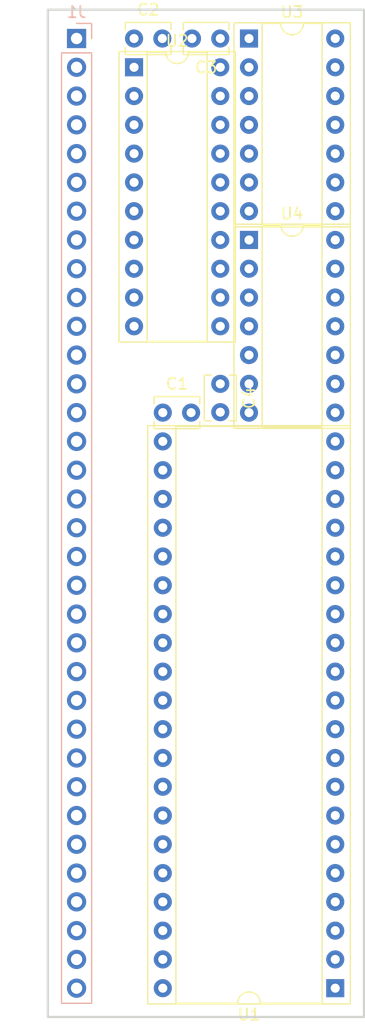
<source format=kicad_pcb>
(kicad_pcb (version 20171130) (host pcbnew "(5.0.0)")

  (general
    (thickness 1.6)
    (drawings 4)
    (tracks 0)
    (zones 0)
    (modules 9)
    (nets 55)
  )

  (page A4)
  (layers
    (0 F.Cu signal)
    (31 B.Cu signal)
    (32 B.Adhes user)
    (33 F.Adhes user)
    (34 B.Paste user)
    (35 F.Paste user)
    (36 B.SilkS user)
    (37 F.SilkS user)
    (38 B.Mask user)
    (39 F.Mask user)
    (40 Dwgs.User user)
    (41 Cmts.User user)
    (42 Eco1.User user)
    (43 Eco2.User user)
    (44 Edge.Cuts user)
    (45 Margin user)
    (46 B.CrtYd user)
    (47 F.CrtYd user)
    (48 B.Fab user)
    (49 F.Fab user)
  )

  (setup
    (last_trace_width 0.25)
    (trace_clearance 0.2)
    (zone_clearance 0.508)
    (zone_45_only no)
    (trace_min 0.2)
    (segment_width 0.2)
    (edge_width 0.15)
    (via_size 0.8)
    (via_drill 0.4)
    (via_min_size 0.4)
    (via_min_drill 0.3)
    (uvia_size 0.3)
    (uvia_drill 0.1)
    (uvias_allowed no)
    (uvia_min_size 0.2)
    (uvia_min_drill 0.1)
    (pcb_text_width 0.3)
    (pcb_text_size 1.5 1.5)
    (mod_edge_width 0.15)
    (mod_text_size 1 1)
    (mod_text_width 0.15)
    (pad_size 1.524 1.524)
    (pad_drill 0.762)
    (pad_to_mask_clearance 0.2)
    (aux_axis_origin 0 0)
    (visible_elements 7FFFFFFF)
    (pcbplotparams
      (layerselection 0x010fc_ffffffff)
      (usegerberextensions false)
      (usegerberattributes false)
      (usegerberadvancedattributes false)
      (creategerberjobfile false)
      (excludeedgelayer true)
      (linewidth 0.100000)
      (plotframeref false)
      (viasonmask false)
      (mode 1)
      (useauxorigin false)
      (hpglpennumber 1)
      (hpglpenspeed 20)
      (hpglpendiameter 15.000000)
      (psnegative false)
      (psa4output false)
      (plotreference true)
      (plotvalue true)
      (plotinvisibletext false)
      (padsonsilk false)
      (subtractmaskfromsilk false)
      (outputformat 1)
      (mirror false)
      (drillshape 1)
      (scaleselection 1)
      (outputdirectory ""))
  )

  (net 0 "")
  (net 1 /GND)
  (net 2 /5V)
  (net 3 /CLK)
  (net 4 /RES)
  (net 5 /WR)
  (net 6 /RD)
  (net 7 /RAM)
  (net 8 /A18)
  (net 9 /A17)
  (net 10 /A16)
  (net 11 /A15)
  (net 12 /A14)
  (net 13 /A13)
  (net 14 /A12)
  (net 15 /A11)
  (net 16 /A10)
  (net 17 /A9)
  (net 18 /A8)
  (net 19 /A7)
  (net 20 /A6)
  (net 21 /A5)
  (net 22 /A4)
  (net 23 /A3)
  (net 24 /A2)
  (net 25 /A1)
  (net 26 /A0)
  (net 27 /D7)
  (net 28 /D6)
  (net 29 /D5)
  (net 30 /D4)
  (net 31 /D3)
  (net 32 /D2)
  (net 33 /D1)
  (net 34 /D0)
  (net 35 "Net-(U1-Pad1)")
  (net 36 "Net-(U1-Pad5)")
  (net 37 "Net-(U1-Pad7)")
  (net 38 "Net-(U1-Pad34)")
  (net 39 "Net-(U1-Pad35)")
  (net 40 "Net-(U1-Pad37)")
  (net 41 "Net-(U1-Pad38)")
  (net 42 "Net-(U1-Pad39)")
  (net 43 "Net-(U2-Pad11)")
  (net 44 "Net-(U2-Pad6)")
  (net 45 "Net-(U2-Pad16)")
  (net 46 "Net-(U2-Pad17)")
  (net 47 "Net-(U2-Pad18)")
  (net 48 "Net-(U2-Pad19)")
  (net 49 "Net-(U3-Pad1)")
  (net 50 "Net-(U3-Pad11)")
  (net 51 "Net-(U4-Pad2)")
  (net 52 "Net-(U4-Pad8)")
  (net 53 "Net-(U3-Pad8)")
  (net 54 "Net-(U1-Pad2)")

  (net_class Default "Dies ist die voreingestellte Netzklasse."
    (clearance 0.2)
    (trace_width 0.25)
    (via_dia 0.8)
    (via_drill 0.4)
    (uvia_dia 0.3)
    (uvia_drill 0.1)
    (add_net /5V)
    (add_net /A0)
    (add_net /A1)
    (add_net /A10)
    (add_net /A11)
    (add_net /A12)
    (add_net /A13)
    (add_net /A14)
    (add_net /A15)
    (add_net /A16)
    (add_net /A17)
    (add_net /A18)
    (add_net /A2)
    (add_net /A3)
    (add_net /A4)
    (add_net /A5)
    (add_net /A6)
    (add_net /A7)
    (add_net /A8)
    (add_net /A9)
    (add_net /CLK)
    (add_net /D0)
    (add_net /D1)
    (add_net /D2)
    (add_net /D3)
    (add_net /D4)
    (add_net /D5)
    (add_net /D6)
    (add_net /D7)
    (add_net /GND)
    (add_net /RAM)
    (add_net /RD)
    (add_net /RES)
    (add_net /WR)
    (add_net "Net-(U1-Pad1)")
    (add_net "Net-(U1-Pad2)")
    (add_net "Net-(U1-Pad34)")
    (add_net "Net-(U1-Pad35)")
    (add_net "Net-(U1-Pad37)")
    (add_net "Net-(U1-Pad38)")
    (add_net "Net-(U1-Pad39)")
    (add_net "Net-(U1-Pad5)")
    (add_net "Net-(U1-Pad7)")
    (add_net "Net-(U2-Pad11)")
    (add_net "Net-(U2-Pad16)")
    (add_net "Net-(U2-Pad17)")
    (add_net "Net-(U2-Pad18)")
    (add_net "Net-(U2-Pad19)")
    (add_net "Net-(U2-Pad6)")
    (add_net "Net-(U3-Pad1)")
    (add_net "Net-(U3-Pad11)")
    (add_net "Net-(U3-Pad8)")
    (add_net "Net-(U4-Pad2)")
    (add_net "Net-(U4-Pad8)")
  )

  (module Capacitor_THT:C_Disc_D3.8mm_W2.6mm_P2.50mm (layer F.Cu) (tedit 5AE50EF0) (tstamp 5EF3FBBD)
    (at 111.76 93.98)
    (descr "C, Disc series, Radial, pin pitch=2.50mm, , diameter*width=3.8*2.6mm^2, Capacitor, http://www.vishay.com/docs/45233/krseries.pdf")
    (tags "C Disc series Radial pin pitch 2.50mm  diameter 3.8mm width 2.6mm Capacitor")
    (path /5EE74143)
    (fp_text reference C1 (at 1.25 -2.55) (layer F.SilkS)
      (effects (font (size 1 1) (thickness 0.15)))
    )
    (fp_text value 100nF (at 1.25 2.55) (layer F.Fab)
      (effects (font (size 1 1) (thickness 0.15)))
    )
    (fp_line (start -0.65 -1.3) (end -0.65 1.3) (layer F.Fab) (width 0.1))
    (fp_line (start -0.65 1.3) (end 3.15 1.3) (layer F.Fab) (width 0.1))
    (fp_line (start 3.15 1.3) (end 3.15 -1.3) (layer F.Fab) (width 0.1))
    (fp_line (start 3.15 -1.3) (end -0.65 -1.3) (layer F.Fab) (width 0.1))
    (fp_line (start -0.77 -1.42) (end 3.27 -1.42) (layer F.SilkS) (width 0.12))
    (fp_line (start -0.77 1.42) (end 3.27 1.42) (layer F.SilkS) (width 0.12))
    (fp_line (start -0.77 -1.42) (end -0.77 -0.795) (layer F.SilkS) (width 0.12))
    (fp_line (start -0.77 0.795) (end -0.77 1.42) (layer F.SilkS) (width 0.12))
    (fp_line (start 3.27 -1.42) (end 3.27 -0.795) (layer F.SilkS) (width 0.12))
    (fp_line (start 3.27 0.795) (end 3.27 1.42) (layer F.SilkS) (width 0.12))
    (fp_line (start -1.05 -1.55) (end -1.05 1.55) (layer F.CrtYd) (width 0.05))
    (fp_line (start -1.05 1.55) (end 3.55 1.55) (layer F.CrtYd) (width 0.05))
    (fp_line (start 3.55 1.55) (end 3.55 -1.55) (layer F.CrtYd) (width 0.05))
    (fp_line (start 3.55 -1.55) (end -1.05 -1.55) (layer F.CrtYd) (width 0.05))
    (fp_text user %R (at 1.25 0) (layer F.Fab)
      (effects (font (size 0.76 0.76) (thickness 0.114)))
    )
    (pad 1 thru_hole circle (at 0 0) (size 1.6 1.6) (drill 0.8) (layers *.Cu *.Mask)
      (net 1 /GND))
    (pad 2 thru_hole circle (at 2.5 0) (size 1.6 1.6) (drill 0.8) (layers *.Cu *.Mask)
      (net 2 /5V))
    (model ${KISYS3DMOD}/Capacitor_THT.3dshapes/C_Disc_D3.8mm_W2.6mm_P2.50mm.wrl
      (at (xyz 0 0 0))
      (scale (xyz 1 1 1))
      (rotate (xyz 0 0 0))
    )
  )

  (module Capacitor_THT:C_Disc_D3.8mm_W2.6mm_P2.50mm (layer F.Cu) (tedit 5AE50EF0) (tstamp 5EF3FBD2)
    (at 109.22 60.96)
    (descr "C, Disc series, Radial, pin pitch=2.50mm, , diameter*width=3.8*2.6mm^2, Capacitor, http://www.vishay.com/docs/45233/krseries.pdf")
    (tags "C Disc series Radial pin pitch 2.50mm  diameter 3.8mm width 2.6mm Capacitor")
    (path /5EE76FB2)
    (fp_text reference C2 (at 1.25 -2.55) (layer F.SilkS)
      (effects (font (size 1 1) (thickness 0.15)))
    )
    (fp_text value 100nF (at 1.25 2.55) (layer F.Fab)
      (effects (font (size 1 1) (thickness 0.15)))
    )
    (fp_text user %R (at 1.25 0) (layer F.Fab)
      (effects (font (size 0.76 0.76) (thickness 0.114)))
    )
    (fp_line (start 3.55 -1.55) (end -1.05 -1.55) (layer F.CrtYd) (width 0.05))
    (fp_line (start 3.55 1.55) (end 3.55 -1.55) (layer F.CrtYd) (width 0.05))
    (fp_line (start -1.05 1.55) (end 3.55 1.55) (layer F.CrtYd) (width 0.05))
    (fp_line (start -1.05 -1.55) (end -1.05 1.55) (layer F.CrtYd) (width 0.05))
    (fp_line (start 3.27 0.795) (end 3.27 1.42) (layer F.SilkS) (width 0.12))
    (fp_line (start 3.27 -1.42) (end 3.27 -0.795) (layer F.SilkS) (width 0.12))
    (fp_line (start -0.77 0.795) (end -0.77 1.42) (layer F.SilkS) (width 0.12))
    (fp_line (start -0.77 -1.42) (end -0.77 -0.795) (layer F.SilkS) (width 0.12))
    (fp_line (start -0.77 1.42) (end 3.27 1.42) (layer F.SilkS) (width 0.12))
    (fp_line (start -0.77 -1.42) (end 3.27 -1.42) (layer F.SilkS) (width 0.12))
    (fp_line (start 3.15 -1.3) (end -0.65 -1.3) (layer F.Fab) (width 0.1))
    (fp_line (start 3.15 1.3) (end 3.15 -1.3) (layer F.Fab) (width 0.1))
    (fp_line (start -0.65 1.3) (end 3.15 1.3) (layer F.Fab) (width 0.1))
    (fp_line (start -0.65 -1.3) (end -0.65 1.3) (layer F.Fab) (width 0.1))
    (pad 2 thru_hole circle (at 2.5 0) (size 1.6 1.6) (drill 0.8) (layers *.Cu *.Mask)
      (net 2 /5V))
    (pad 1 thru_hole circle (at 0 0) (size 1.6 1.6) (drill 0.8) (layers *.Cu *.Mask)
      (net 1 /GND))
    (model ${KISYS3DMOD}/Capacitor_THT.3dshapes/C_Disc_D3.8mm_W2.6mm_P2.50mm.wrl
      (at (xyz 0 0 0))
      (scale (xyz 1 1 1))
      (rotate (xyz 0 0 0))
    )
  )

  (module Capacitor_THT:C_Disc_D3.8mm_W2.6mm_P2.50mm (layer F.Cu) (tedit 5AE50EF0) (tstamp 5EF3FBE7)
    (at 116.84 60.96 180)
    (descr "C, Disc series, Radial, pin pitch=2.50mm, , diameter*width=3.8*2.6mm^2, Capacitor, http://www.vishay.com/docs/45233/krseries.pdf")
    (tags "C Disc series Radial pin pitch 2.50mm  diameter 3.8mm width 2.6mm Capacitor")
    (path /5EE7AD58)
    (fp_text reference C3 (at 1.25 -2.55 180) (layer F.SilkS)
      (effects (font (size 1 1) (thickness 0.15)))
    )
    (fp_text value 100nF (at 1.25 2.55 180) (layer F.Fab)
      (effects (font (size 1 1) (thickness 0.15)))
    )
    (fp_line (start -0.65 -1.3) (end -0.65 1.3) (layer F.Fab) (width 0.1))
    (fp_line (start -0.65 1.3) (end 3.15 1.3) (layer F.Fab) (width 0.1))
    (fp_line (start 3.15 1.3) (end 3.15 -1.3) (layer F.Fab) (width 0.1))
    (fp_line (start 3.15 -1.3) (end -0.65 -1.3) (layer F.Fab) (width 0.1))
    (fp_line (start -0.77 -1.42) (end 3.27 -1.42) (layer F.SilkS) (width 0.12))
    (fp_line (start -0.77 1.42) (end 3.27 1.42) (layer F.SilkS) (width 0.12))
    (fp_line (start -0.77 -1.42) (end -0.77 -0.795) (layer F.SilkS) (width 0.12))
    (fp_line (start -0.77 0.795) (end -0.77 1.42) (layer F.SilkS) (width 0.12))
    (fp_line (start 3.27 -1.42) (end 3.27 -0.795) (layer F.SilkS) (width 0.12))
    (fp_line (start 3.27 0.795) (end 3.27 1.42) (layer F.SilkS) (width 0.12))
    (fp_line (start -1.05 -1.55) (end -1.05 1.55) (layer F.CrtYd) (width 0.05))
    (fp_line (start -1.05 1.55) (end 3.55 1.55) (layer F.CrtYd) (width 0.05))
    (fp_line (start 3.55 1.55) (end 3.55 -1.55) (layer F.CrtYd) (width 0.05))
    (fp_line (start 3.55 -1.55) (end -1.05 -1.55) (layer F.CrtYd) (width 0.05))
    (fp_text user %R (at 1.25 0 180) (layer F.Fab)
      (effects (font (size 0.76 0.76) (thickness 0.114)))
    )
    (pad 1 thru_hole circle (at 0 0 180) (size 1.6 1.6) (drill 0.8) (layers *.Cu *.Mask)
      (net 2 /5V))
    (pad 2 thru_hole circle (at 2.5 0 180) (size 1.6 1.6) (drill 0.8) (layers *.Cu *.Mask)
      (net 1 /GND))
    (model ${KISYS3DMOD}/Capacitor_THT.3dshapes/C_Disc_D3.8mm_W2.6mm_P2.50mm.wrl
      (at (xyz 0 0 0))
      (scale (xyz 1 1 1))
      (rotate (xyz 0 0 0))
    )
  )

  (module Capacitor_THT:C_Disc_D3.8mm_W2.6mm_P2.50mm (layer F.Cu) (tedit 5AE50EF0) (tstamp 5EF3FBFC)
    (at 116.84 91.44 270)
    (descr "C, Disc series, Radial, pin pitch=2.50mm, , diameter*width=3.8*2.6mm^2, Capacitor, http://www.vishay.com/docs/45233/krseries.pdf")
    (tags "C Disc series Radial pin pitch 2.50mm  diameter 3.8mm width 2.6mm Capacitor")
    (path /5EE7FDFB)
    (fp_text reference C4 (at 1.25 -2.55 270) (layer F.SilkS)
      (effects (font (size 1 1) (thickness 0.15)))
    )
    (fp_text value 100nF (at 1.25 2.55 270) (layer F.Fab)
      (effects (font (size 1 1) (thickness 0.15)))
    )
    (fp_text user %R (at 1.25 0 270) (layer F.Fab)
      (effects (font (size 0.76 0.76) (thickness 0.114)))
    )
    (fp_line (start 3.55 -1.55) (end -1.05 -1.55) (layer F.CrtYd) (width 0.05))
    (fp_line (start 3.55 1.55) (end 3.55 -1.55) (layer F.CrtYd) (width 0.05))
    (fp_line (start -1.05 1.55) (end 3.55 1.55) (layer F.CrtYd) (width 0.05))
    (fp_line (start -1.05 -1.55) (end -1.05 1.55) (layer F.CrtYd) (width 0.05))
    (fp_line (start 3.27 0.795) (end 3.27 1.42) (layer F.SilkS) (width 0.12))
    (fp_line (start 3.27 -1.42) (end 3.27 -0.795) (layer F.SilkS) (width 0.12))
    (fp_line (start -0.77 0.795) (end -0.77 1.42) (layer F.SilkS) (width 0.12))
    (fp_line (start -0.77 -1.42) (end -0.77 -0.795) (layer F.SilkS) (width 0.12))
    (fp_line (start -0.77 1.42) (end 3.27 1.42) (layer F.SilkS) (width 0.12))
    (fp_line (start -0.77 -1.42) (end 3.27 -1.42) (layer F.SilkS) (width 0.12))
    (fp_line (start 3.15 -1.3) (end -0.65 -1.3) (layer F.Fab) (width 0.1))
    (fp_line (start 3.15 1.3) (end 3.15 -1.3) (layer F.Fab) (width 0.1))
    (fp_line (start -0.65 1.3) (end 3.15 1.3) (layer F.Fab) (width 0.1))
    (fp_line (start -0.65 -1.3) (end -0.65 1.3) (layer F.Fab) (width 0.1))
    (pad 2 thru_hole circle (at 2.5 0 270) (size 1.6 1.6) (drill 0.8) (layers *.Cu *.Mask)
      (net 1 /GND))
    (pad 1 thru_hole circle (at 0 0 270) (size 1.6 1.6) (drill 0.8) (layers *.Cu *.Mask)
      (net 2 /5V))
    (model ${KISYS3DMOD}/Capacitor_THT.3dshapes/C_Disc_D3.8mm_W2.6mm_P2.50mm.wrl
      (at (xyz 0 0 0))
      (scale (xyz 1 1 1))
      (rotate (xyz 0 0 0))
    )
  )

  (module Connector_PinHeader_2.54mm:PinHeader_1x34_P2.54mm_Vertical (layer B.Cu) (tedit 59FED5CC) (tstamp 5EF3FC32)
    (at 104.14 60.96 180)
    (descr "Through hole straight pin header, 1x34, 2.54mm pitch, single row")
    (tags "Through hole pin header THT 1x34 2.54mm single row")
    (path /5EE68390)
    (fp_text reference J1 (at 0 2.33 180) (layer B.SilkS)
      (effects (font (size 1 1) (thickness 0.15)) (justify mirror))
    )
    (fp_text value Conn_01x34_Male (at 0 -86.15 180) (layer B.Fab)
      (effects (font (size 1 1) (thickness 0.15)) (justify mirror))
    )
    (fp_line (start -0.635 1.27) (end 1.27 1.27) (layer B.Fab) (width 0.1))
    (fp_line (start 1.27 1.27) (end 1.27 -85.09) (layer B.Fab) (width 0.1))
    (fp_line (start 1.27 -85.09) (end -1.27 -85.09) (layer B.Fab) (width 0.1))
    (fp_line (start -1.27 -85.09) (end -1.27 0.635) (layer B.Fab) (width 0.1))
    (fp_line (start -1.27 0.635) (end -0.635 1.27) (layer B.Fab) (width 0.1))
    (fp_line (start -1.33 -85.15) (end 1.33 -85.15) (layer B.SilkS) (width 0.12))
    (fp_line (start -1.33 -1.27) (end -1.33 -85.15) (layer B.SilkS) (width 0.12))
    (fp_line (start 1.33 -1.27) (end 1.33 -85.15) (layer B.SilkS) (width 0.12))
    (fp_line (start -1.33 -1.27) (end 1.33 -1.27) (layer B.SilkS) (width 0.12))
    (fp_line (start -1.33 0) (end -1.33 1.33) (layer B.SilkS) (width 0.12))
    (fp_line (start -1.33 1.33) (end 0 1.33) (layer B.SilkS) (width 0.12))
    (fp_line (start -1.8 1.8) (end -1.8 -85.6) (layer B.CrtYd) (width 0.05))
    (fp_line (start -1.8 -85.6) (end 1.8 -85.6) (layer B.CrtYd) (width 0.05))
    (fp_line (start 1.8 -85.6) (end 1.8 1.8) (layer B.CrtYd) (width 0.05))
    (fp_line (start 1.8 1.8) (end -1.8 1.8) (layer B.CrtYd) (width 0.05))
    (fp_text user %R (at 0 -41.91 90) (layer B.Fab)
      (effects (font (size 1 1) (thickness 0.15)) (justify mirror))
    )
    (pad 1 thru_hole rect (at 0 0 180) (size 1.7 1.7) (drill 1) (layers *.Cu *.Mask)
      (net 1 /GND))
    (pad 2 thru_hole oval (at 0 -2.54 180) (size 1.7 1.7) (drill 1) (layers *.Cu *.Mask)
      (net 2 /5V))
    (pad 3 thru_hole oval (at 0 -5.08 180) (size 1.7 1.7) (drill 1) (layers *.Cu *.Mask)
      (net 3 /CLK))
    (pad 4 thru_hole oval (at 0 -7.62 180) (size 1.7 1.7) (drill 1) (layers *.Cu *.Mask)
      (net 4 /RES))
    (pad 5 thru_hole oval (at 0 -10.16 180) (size 1.7 1.7) (drill 1) (layers *.Cu *.Mask)
      (net 5 /WR))
    (pad 6 thru_hole oval (at 0 -12.7 180) (size 1.7 1.7) (drill 1) (layers *.Cu *.Mask)
      (net 6 /RD))
    (pad 7 thru_hole oval (at 0 -15.24 180) (size 1.7 1.7) (drill 1) (layers *.Cu *.Mask)
      (net 7 /RAM))
    (pad 8 thru_hole oval (at 0 -17.78 180) (size 1.7 1.7) (drill 1) (layers *.Cu *.Mask)
      (net 8 /A18))
    (pad 9 thru_hole oval (at 0 -20.32 180) (size 1.7 1.7) (drill 1) (layers *.Cu *.Mask)
      (net 9 /A17))
    (pad 10 thru_hole oval (at 0 -22.86 180) (size 1.7 1.7) (drill 1) (layers *.Cu *.Mask)
      (net 10 /A16))
    (pad 11 thru_hole oval (at 0 -25.4 180) (size 1.7 1.7) (drill 1) (layers *.Cu *.Mask)
      (net 11 /A15))
    (pad 12 thru_hole oval (at 0 -27.94 180) (size 1.7 1.7) (drill 1) (layers *.Cu *.Mask)
      (net 12 /A14))
    (pad 13 thru_hole oval (at 0 -30.48 180) (size 1.7 1.7) (drill 1) (layers *.Cu *.Mask)
      (net 13 /A13))
    (pad 14 thru_hole oval (at 0 -33.02 180) (size 1.7 1.7) (drill 1) (layers *.Cu *.Mask)
      (net 14 /A12))
    (pad 15 thru_hole oval (at 0 -35.56 180) (size 1.7 1.7) (drill 1) (layers *.Cu *.Mask)
      (net 15 /A11))
    (pad 16 thru_hole oval (at 0 -38.1 180) (size 1.7 1.7) (drill 1) (layers *.Cu *.Mask)
      (net 16 /A10))
    (pad 17 thru_hole oval (at 0 -40.64 180) (size 1.7 1.7) (drill 1) (layers *.Cu *.Mask)
      (net 17 /A9))
    (pad 18 thru_hole oval (at 0 -43.18 180) (size 1.7 1.7) (drill 1) (layers *.Cu *.Mask)
      (net 18 /A8))
    (pad 19 thru_hole oval (at 0 -45.72 180) (size 1.7 1.7) (drill 1) (layers *.Cu *.Mask)
      (net 19 /A7))
    (pad 20 thru_hole oval (at 0 -48.26 180) (size 1.7 1.7) (drill 1) (layers *.Cu *.Mask)
      (net 20 /A6))
    (pad 21 thru_hole oval (at 0 -50.8 180) (size 1.7 1.7) (drill 1) (layers *.Cu *.Mask)
      (net 21 /A5))
    (pad 22 thru_hole oval (at 0 -53.34 180) (size 1.7 1.7) (drill 1) (layers *.Cu *.Mask)
      (net 22 /A4))
    (pad 23 thru_hole oval (at 0 -55.88 180) (size 1.7 1.7) (drill 1) (layers *.Cu *.Mask)
      (net 23 /A3))
    (pad 24 thru_hole oval (at 0 -58.42 180) (size 1.7 1.7) (drill 1) (layers *.Cu *.Mask)
      (net 24 /A2))
    (pad 25 thru_hole oval (at 0 -60.96 180) (size 1.7 1.7) (drill 1) (layers *.Cu *.Mask)
      (net 25 /A1))
    (pad 26 thru_hole oval (at 0 -63.5 180) (size 1.7 1.7) (drill 1) (layers *.Cu *.Mask)
      (net 26 /A0))
    (pad 27 thru_hole oval (at 0 -66.04 180) (size 1.7 1.7) (drill 1) (layers *.Cu *.Mask)
      (net 27 /D7))
    (pad 28 thru_hole oval (at 0 -68.58 180) (size 1.7 1.7) (drill 1) (layers *.Cu *.Mask)
      (net 28 /D6))
    (pad 29 thru_hole oval (at 0 -71.12 180) (size 1.7 1.7) (drill 1) (layers *.Cu *.Mask)
      (net 29 /D5))
    (pad 30 thru_hole oval (at 0 -73.66 180) (size 1.7 1.7) (drill 1) (layers *.Cu *.Mask)
      (net 30 /D4))
    (pad 31 thru_hole oval (at 0 -76.2 180) (size 1.7 1.7) (drill 1) (layers *.Cu *.Mask)
      (net 31 /D3))
    (pad 32 thru_hole oval (at 0 -78.74 180) (size 1.7 1.7) (drill 1) (layers *.Cu *.Mask)
      (net 32 /D2))
    (pad 33 thru_hole oval (at 0 -81.28 180) (size 1.7 1.7) (drill 1) (layers *.Cu *.Mask)
      (net 33 /D1))
    (pad 34 thru_hole oval (at 0 -83.82 180) (size 1.7 1.7) (drill 1) (layers *.Cu *.Mask)
      (net 34 /D0))
    (model ${KISYS3DMOD}/Connector_PinHeader_2.54mm.3dshapes/PinHeader_1x34_P2.54mm_Vertical.wrl
      (at (xyz 0 0 0))
      (scale (xyz 1 1 1))
      (rotate (xyz 0 0 0))
    )
  )

  (module Package_DIP:DIP-40_W15.24mm_Socket (layer F.Cu) (tedit 5A02E8C5) (tstamp 5EF3FC8D)
    (at 127 144.78 180)
    (descr "40-lead though-hole mounted DIP package, row spacing 15.24 mm (600 mils), Socket")
    (tags "THT DIP DIL PDIP 2.54mm 15.24mm 600mil Socket")
    (path /5EE4128A)
    (fp_text reference U1 (at 7.62 -2.33 180) (layer F.SilkS)
      (effects (font (size 1 1) (thickness 0.15)))
    )
    (fp_text value w65c816 (at 7.62 50.59 180) (layer F.Fab)
      (effects (font (size 1 1) (thickness 0.15)))
    )
    (fp_arc (start 7.62 -1.33) (end 6.62 -1.33) (angle -180) (layer F.SilkS) (width 0.12))
    (fp_line (start 1.255 -1.27) (end 14.985 -1.27) (layer F.Fab) (width 0.1))
    (fp_line (start 14.985 -1.27) (end 14.985 49.53) (layer F.Fab) (width 0.1))
    (fp_line (start 14.985 49.53) (end 0.255 49.53) (layer F.Fab) (width 0.1))
    (fp_line (start 0.255 49.53) (end 0.255 -0.27) (layer F.Fab) (width 0.1))
    (fp_line (start 0.255 -0.27) (end 1.255 -1.27) (layer F.Fab) (width 0.1))
    (fp_line (start -1.27 -1.33) (end -1.27 49.59) (layer F.Fab) (width 0.1))
    (fp_line (start -1.27 49.59) (end 16.51 49.59) (layer F.Fab) (width 0.1))
    (fp_line (start 16.51 49.59) (end 16.51 -1.33) (layer F.Fab) (width 0.1))
    (fp_line (start 16.51 -1.33) (end -1.27 -1.33) (layer F.Fab) (width 0.1))
    (fp_line (start 6.62 -1.33) (end 1.16 -1.33) (layer F.SilkS) (width 0.12))
    (fp_line (start 1.16 -1.33) (end 1.16 49.59) (layer F.SilkS) (width 0.12))
    (fp_line (start 1.16 49.59) (end 14.08 49.59) (layer F.SilkS) (width 0.12))
    (fp_line (start 14.08 49.59) (end 14.08 -1.33) (layer F.SilkS) (width 0.12))
    (fp_line (start 14.08 -1.33) (end 8.62 -1.33) (layer F.SilkS) (width 0.12))
    (fp_line (start -1.33 -1.39) (end -1.33 49.65) (layer F.SilkS) (width 0.12))
    (fp_line (start -1.33 49.65) (end 16.57 49.65) (layer F.SilkS) (width 0.12))
    (fp_line (start 16.57 49.65) (end 16.57 -1.39) (layer F.SilkS) (width 0.12))
    (fp_line (start 16.57 -1.39) (end -1.33 -1.39) (layer F.SilkS) (width 0.12))
    (fp_line (start -1.55 -1.6) (end -1.55 49.85) (layer F.CrtYd) (width 0.05))
    (fp_line (start -1.55 49.85) (end 16.8 49.85) (layer F.CrtYd) (width 0.05))
    (fp_line (start 16.8 49.85) (end 16.8 -1.6) (layer F.CrtYd) (width 0.05))
    (fp_line (start 16.8 -1.6) (end -1.55 -1.6) (layer F.CrtYd) (width 0.05))
    (fp_text user %R (at 7.62 24.13 180) (layer F.Fab)
      (effects (font (size 1 1) (thickness 0.15)))
    )
    (pad 1 thru_hole rect (at 0 0 180) (size 1.6 1.6) (drill 0.8) (layers *.Cu *.Mask)
      (net 35 "Net-(U1-Pad1)"))
    (pad 21 thru_hole oval (at 15.24 48.26 180) (size 1.6 1.6) (drill 0.8) (layers *.Cu *.Mask)
      (net 1 /GND))
    (pad 2 thru_hole oval (at 0 2.54 180) (size 1.6 1.6) (drill 0.8) (layers *.Cu *.Mask)
      (net 54 "Net-(U1-Pad2)"))
    (pad 22 thru_hole oval (at 15.24 45.72 180) (size 1.6 1.6) (drill 0.8) (layers *.Cu *.Mask)
      (net 14 /A12))
    (pad 3 thru_hole oval (at 0 5.08 180) (size 1.6 1.6) (drill 0.8) (layers *.Cu *.Mask)
      (net 2 /5V))
    (pad 23 thru_hole oval (at 15.24 43.18 180) (size 1.6 1.6) (drill 0.8) (layers *.Cu *.Mask)
      (net 13 /A13))
    (pad 4 thru_hole oval (at 0 7.62 180) (size 1.6 1.6) (drill 0.8) (layers *.Cu *.Mask)
      (net 2 /5V))
    (pad 24 thru_hole oval (at 15.24 40.64 180) (size 1.6 1.6) (drill 0.8) (layers *.Cu *.Mask)
      (net 12 /A14))
    (pad 5 thru_hole oval (at 0 10.16 180) (size 1.6 1.6) (drill 0.8) (layers *.Cu *.Mask)
      (net 36 "Net-(U1-Pad5)"))
    (pad 25 thru_hole oval (at 15.24 38.1 180) (size 1.6 1.6) (drill 0.8) (layers *.Cu *.Mask)
      (net 11 /A15))
    (pad 6 thru_hole oval (at 0 12.7 180) (size 1.6 1.6) (drill 0.8) (layers *.Cu *.Mask)
      (net 2 /5V))
    (pad 26 thru_hole oval (at 15.24 35.56 180) (size 1.6 1.6) (drill 0.8) (layers *.Cu *.Mask)
      (net 27 /D7))
    (pad 7 thru_hole oval (at 0 15.24 180) (size 1.6 1.6) (drill 0.8) (layers *.Cu *.Mask)
      (net 37 "Net-(U1-Pad7)"))
    (pad 27 thru_hole oval (at 15.24 33.02 180) (size 1.6 1.6) (drill 0.8) (layers *.Cu *.Mask)
      (net 28 /D6))
    (pad 8 thru_hole oval (at 0 17.78 180) (size 1.6 1.6) (drill 0.8) (layers *.Cu *.Mask)
      (net 2 /5V))
    (pad 28 thru_hole oval (at 15.24 30.48 180) (size 1.6 1.6) (drill 0.8) (layers *.Cu *.Mask)
      (net 29 /D5))
    (pad 9 thru_hole oval (at 0 20.32 180) (size 1.6 1.6) (drill 0.8) (layers *.Cu *.Mask)
      (net 26 /A0))
    (pad 29 thru_hole oval (at 15.24 27.94 180) (size 1.6 1.6) (drill 0.8) (layers *.Cu *.Mask)
      (net 30 /D4))
    (pad 10 thru_hole oval (at 0 22.86 180) (size 1.6 1.6) (drill 0.8) (layers *.Cu *.Mask)
      (net 25 /A1))
    (pad 30 thru_hole oval (at 15.24 25.4 180) (size 1.6 1.6) (drill 0.8) (layers *.Cu *.Mask)
      (net 31 /D3))
    (pad 11 thru_hole oval (at 0 25.4 180) (size 1.6 1.6) (drill 0.8) (layers *.Cu *.Mask)
      (net 24 /A2))
    (pad 31 thru_hole oval (at 15.24 22.86 180) (size 1.6 1.6) (drill 0.8) (layers *.Cu *.Mask)
      (net 32 /D2))
    (pad 12 thru_hole oval (at 0 27.94 180) (size 1.6 1.6) (drill 0.8) (layers *.Cu *.Mask)
      (net 23 /A3))
    (pad 32 thru_hole oval (at 15.24 20.32 180) (size 1.6 1.6) (drill 0.8) (layers *.Cu *.Mask)
      (net 33 /D1))
    (pad 13 thru_hole oval (at 0 30.48 180) (size 1.6 1.6) (drill 0.8) (layers *.Cu *.Mask)
      (net 22 /A4))
    (pad 33 thru_hole oval (at 15.24 17.78 180) (size 1.6 1.6) (drill 0.8) (layers *.Cu *.Mask)
      (net 34 /D0))
    (pad 14 thru_hole oval (at 0 33.02 180) (size 1.6 1.6) (drill 0.8) (layers *.Cu *.Mask)
      (net 21 /A5))
    (pad 34 thru_hole oval (at 15.24 15.24 180) (size 1.6 1.6) (drill 0.8) (layers *.Cu *.Mask)
      (net 38 "Net-(U1-Pad34)"))
    (pad 15 thru_hole oval (at 0 35.56 180) (size 1.6 1.6) (drill 0.8) (layers *.Cu *.Mask)
      (net 20 /A6))
    (pad 35 thru_hole oval (at 15.24 12.7 180) (size 1.6 1.6) (drill 0.8) (layers *.Cu *.Mask)
      (net 39 "Net-(U1-Pad35)"))
    (pad 16 thru_hole oval (at 0 38.1 180) (size 1.6 1.6) (drill 0.8) (layers *.Cu *.Mask)
      (net 19 /A7))
    (pad 36 thru_hole oval (at 15.24 10.16 180) (size 1.6 1.6) (drill 0.8) (layers *.Cu *.Mask)
      (net 2 /5V))
    (pad 17 thru_hole oval (at 0 40.64 180) (size 1.6 1.6) (drill 0.8) (layers *.Cu *.Mask)
      (net 18 /A8))
    (pad 37 thru_hole oval (at 15.24 7.62 180) (size 1.6 1.6) (drill 0.8) (layers *.Cu *.Mask)
      (net 40 "Net-(U1-Pad37)"))
    (pad 18 thru_hole oval (at 0 43.18 180) (size 1.6 1.6) (drill 0.8) (layers *.Cu *.Mask)
      (net 17 /A9))
    (pad 38 thru_hole oval (at 15.24 5.08 180) (size 1.6 1.6) (drill 0.8) (layers *.Cu *.Mask)
      (net 41 "Net-(U1-Pad38)"))
    (pad 19 thru_hole oval (at 0 45.72 180) (size 1.6 1.6) (drill 0.8) (layers *.Cu *.Mask)
      (net 16 /A10))
    (pad 39 thru_hole oval (at 15.24 2.54 180) (size 1.6 1.6) (drill 0.8) (layers *.Cu *.Mask)
      (net 42 "Net-(U1-Pad39)"))
    (pad 20 thru_hole oval (at 0 48.26 180) (size 1.6 1.6) (drill 0.8) (layers *.Cu *.Mask)
      (net 15 /A11))
    (pad 40 thru_hole oval (at 15.24 0 180) (size 1.6 1.6) (drill 0.8) (layers *.Cu *.Mask)
      (net 4 /RES))
    (model ${KISYS3DMOD}/Package_DIP.3dshapes/DIP-40_W15.24mm_Socket.wrl
      (at (xyz 0 0 0))
      (scale (xyz 1 1 1))
      (rotate (xyz 0 0 0))
    )
  )

  (module Package_DIP:DIP-20_W7.62mm_Socket (layer F.Cu) (tedit 5A02E8C5) (tstamp 5EF3FCBD)
    (at 109.22 63.5)
    (descr "20-lead though-hole mounted DIP package, row spacing 7.62 mm (300 mils), Socket")
    (tags "THT DIP DIL PDIP 2.54mm 7.62mm 300mil Socket")
    (path /5EE4457C)
    (fp_text reference U2 (at 3.81 -2.33) (layer F.SilkS)
      (effects (font (size 1 1) (thickness 0.15)))
    )
    (fp_text value 74HC573 (at 3.81 25.19) (layer F.Fab)
      (effects (font (size 1 1) (thickness 0.15)))
    )
    (fp_arc (start 3.81 -1.33) (end 2.81 -1.33) (angle -180) (layer F.SilkS) (width 0.12))
    (fp_line (start 1.635 -1.27) (end 6.985 -1.27) (layer F.Fab) (width 0.1))
    (fp_line (start 6.985 -1.27) (end 6.985 24.13) (layer F.Fab) (width 0.1))
    (fp_line (start 6.985 24.13) (end 0.635 24.13) (layer F.Fab) (width 0.1))
    (fp_line (start 0.635 24.13) (end 0.635 -0.27) (layer F.Fab) (width 0.1))
    (fp_line (start 0.635 -0.27) (end 1.635 -1.27) (layer F.Fab) (width 0.1))
    (fp_line (start -1.27 -1.33) (end -1.27 24.19) (layer F.Fab) (width 0.1))
    (fp_line (start -1.27 24.19) (end 8.89 24.19) (layer F.Fab) (width 0.1))
    (fp_line (start 8.89 24.19) (end 8.89 -1.33) (layer F.Fab) (width 0.1))
    (fp_line (start 8.89 -1.33) (end -1.27 -1.33) (layer F.Fab) (width 0.1))
    (fp_line (start 2.81 -1.33) (end 1.16 -1.33) (layer F.SilkS) (width 0.12))
    (fp_line (start 1.16 -1.33) (end 1.16 24.19) (layer F.SilkS) (width 0.12))
    (fp_line (start 1.16 24.19) (end 6.46 24.19) (layer F.SilkS) (width 0.12))
    (fp_line (start 6.46 24.19) (end 6.46 -1.33) (layer F.SilkS) (width 0.12))
    (fp_line (start 6.46 -1.33) (end 4.81 -1.33) (layer F.SilkS) (width 0.12))
    (fp_line (start -1.33 -1.39) (end -1.33 24.25) (layer F.SilkS) (width 0.12))
    (fp_line (start -1.33 24.25) (end 8.95 24.25) (layer F.SilkS) (width 0.12))
    (fp_line (start 8.95 24.25) (end 8.95 -1.39) (layer F.SilkS) (width 0.12))
    (fp_line (start 8.95 -1.39) (end -1.33 -1.39) (layer F.SilkS) (width 0.12))
    (fp_line (start -1.55 -1.6) (end -1.55 24.45) (layer F.CrtYd) (width 0.05))
    (fp_line (start -1.55 24.45) (end 9.15 24.45) (layer F.CrtYd) (width 0.05))
    (fp_line (start 9.15 24.45) (end 9.15 -1.6) (layer F.CrtYd) (width 0.05))
    (fp_line (start 9.15 -1.6) (end -1.55 -1.6) (layer F.CrtYd) (width 0.05))
    (fp_text user %R (at 3.81 11.43) (layer F.Fab)
      (effects (font (size 1 1) (thickness 0.15)))
    )
    (pad 1 thru_hole rect (at 0 0) (size 1.6 1.6) (drill 0.8) (layers *.Cu *.Mask)
      (net 1 /GND))
    (pad 11 thru_hole oval (at 7.62 22.86) (size 1.6 1.6) (drill 0.8) (layers *.Cu *.Mask)
      (net 43 "Net-(U2-Pad11)"))
    (pad 2 thru_hole oval (at 0 2.54) (size 1.6 1.6) (drill 0.8) (layers *.Cu *.Mask)
      (net 1 /GND))
    (pad 12 thru_hole oval (at 7.62 20.32) (size 1.6 1.6) (drill 0.8) (layers *.Cu *.Mask)
      (net 10 /A16))
    (pad 3 thru_hole oval (at 0 5.08) (size 1.6 1.6) (drill 0.8) (layers *.Cu *.Mask)
      (net 1 /GND))
    (pad 13 thru_hole oval (at 7.62 17.78) (size 1.6 1.6) (drill 0.8) (layers *.Cu *.Mask)
      (net 9 /A17))
    (pad 4 thru_hole oval (at 0 7.62) (size 1.6 1.6) (drill 0.8) (layers *.Cu *.Mask)
      (net 1 /GND))
    (pad 14 thru_hole oval (at 7.62 15.24) (size 1.6 1.6) (drill 0.8) (layers *.Cu *.Mask)
      (net 8 /A18))
    (pad 5 thru_hole oval (at 0 10.16) (size 1.6 1.6) (drill 0.8) (layers *.Cu *.Mask)
      (net 1 /GND))
    (pad 15 thru_hole oval (at 7.62 12.7) (size 1.6 1.6) (drill 0.8) (layers *.Cu *.Mask)
      (net 7 /RAM))
    (pad 6 thru_hole oval (at 0 12.7) (size 1.6 1.6) (drill 0.8) (layers *.Cu *.Mask)
      (net 44 "Net-(U2-Pad6)"))
    (pad 16 thru_hole oval (at 7.62 10.16) (size 1.6 1.6) (drill 0.8) (layers *.Cu *.Mask)
      (net 45 "Net-(U2-Pad16)"))
    (pad 7 thru_hole oval (at 0 15.24) (size 1.6 1.6) (drill 0.8) (layers *.Cu *.Mask)
      (net 32 /D2))
    (pad 17 thru_hole oval (at 7.62 7.62) (size 1.6 1.6) (drill 0.8) (layers *.Cu *.Mask)
      (net 46 "Net-(U2-Pad17)"))
    (pad 8 thru_hole oval (at 0 17.78) (size 1.6 1.6) (drill 0.8) (layers *.Cu *.Mask)
      (net 33 /D1))
    (pad 18 thru_hole oval (at 7.62 5.08) (size 1.6 1.6) (drill 0.8) (layers *.Cu *.Mask)
      (net 47 "Net-(U2-Pad18)"))
    (pad 9 thru_hole oval (at 0 20.32) (size 1.6 1.6) (drill 0.8) (layers *.Cu *.Mask)
      (net 34 /D0))
    (pad 19 thru_hole oval (at 7.62 2.54) (size 1.6 1.6) (drill 0.8) (layers *.Cu *.Mask)
      (net 48 "Net-(U2-Pad19)"))
    (pad 10 thru_hole oval (at 0 22.86) (size 1.6 1.6) (drill 0.8) (layers *.Cu *.Mask)
      (net 1 /GND))
    (pad 20 thru_hole oval (at 7.62 0) (size 1.6 1.6) (drill 0.8) (layers *.Cu *.Mask)
      (net 2 /5V))
    (model ${KISYS3DMOD}/Package_DIP.3dshapes/DIP-20_W7.62mm_Socket.wrl
      (at (xyz 0 0 0))
      (scale (xyz 1 1 1))
      (rotate (xyz 0 0 0))
    )
  )

  (module Package_DIP:DIP-14_W7.62mm_Socket (layer F.Cu) (tedit 5A02E8C5) (tstamp 5EF3FCE7)
    (at 119.38 60.96)
    (descr "14-lead though-hole mounted DIP package, row spacing 7.62 mm (300 mils), Socket")
    (tags "THT DIP DIL PDIP 2.54mm 7.62mm 300mil Socket")
    (path /5EE4132A)
    (fp_text reference U3 (at 3.81 -2.33) (layer F.SilkS)
      (effects (font (size 1 1) (thickness 0.15)))
    )
    (fp_text value 74HC32 (at 3.81 17.57) (layer F.Fab)
      (effects (font (size 1 1) (thickness 0.15)))
    )
    (fp_arc (start 3.81 -1.33) (end 2.81 -1.33) (angle -180) (layer F.SilkS) (width 0.12))
    (fp_line (start 1.635 -1.27) (end 6.985 -1.27) (layer F.Fab) (width 0.1))
    (fp_line (start 6.985 -1.27) (end 6.985 16.51) (layer F.Fab) (width 0.1))
    (fp_line (start 6.985 16.51) (end 0.635 16.51) (layer F.Fab) (width 0.1))
    (fp_line (start 0.635 16.51) (end 0.635 -0.27) (layer F.Fab) (width 0.1))
    (fp_line (start 0.635 -0.27) (end 1.635 -1.27) (layer F.Fab) (width 0.1))
    (fp_line (start -1.27 -1.33) (end -1.27 16.57) (layer F.Fab) (width 0.1))
    (fp_line (start -1.27 16.57) (end 8.89 16.57) (layer F.Fab) (width 0.1))
    (fp_line (start 8.89 16.57) (end 8.89 -1.33) (layer F.Fab) (width 0.1))
    (fp_line (start 8.89 -1.33) (end -1.27 -1.33) (layer F.Fab) (width 0.1))
    (fp_line (start 2.81 -1.33) (end 1.16 -1.33) (layer F.SilkS) (width 0.12))
    (fp_line (start 1.16 -1.33) (end 1.16 16.57) (layer F.SilkS) (width 0.12))
    (fp_line (start 1.16 16.57) (end 6.46 16.57) (layer F.SilkS) (width 0.12))
    (fp_line (start 6.46 16.57) (end 6.46 -1.33) (layer F.SilkS) (width 0.12))
    (fp_line (start 6.46 -1.33) (end 4.81 -1.33) (layer F.SilkS) (width 0.12))
    (fp_line (start -1.33 -1.39) (end -1.33 16.63) (layer F.SilkS) (width 0.12))
    (fp_line (start -1.33 16.63) (end 8.95 16.63) (layer F.SilkS) (width 0.12))
    (fp_line (start 8.95 16.63) (end 8.95 -1.39) (layer F.SilkS) (width 0.12))
    (fp_line (start 8.95 -1.39) (end -1.33 -1.39) (layer F.SilkS) (width 0.12))
    (fp_line (start -1.55 -1.6) (end -1.55 16.85) (layer F.CrtYd) (width 0.05))
    (fp_line (start -1.55 16.85) (end 9.15 16.85) (layer F.CrtYd) (width 0.05))
    (fp_line (start 9.15 16.85) (end 9.15 -1.6) (layer F.CrtYd) (width 0.05))
    (fp_line (start 9.15 -1.6) (end -1.55 -1.6) (layer F.CrtYd) (width 0.05))
    (fp_text user %R (at 3.81 7.62) (layer F.Fab)
      (effects (font (size 1 1) (thickness 0.15)))
    )
    (pad 1 thru_hole rect (at 0 0) (size 1.6 1.6) (drill 0.8) (layers *.Cu *.Mask)
      (net 49 "Net-(U3-Pad1)"))
    (pad 8 thru_hole oval (at 7.62 15.24) (size 1.6 1.6) (drill 0.8) (layers *.Cu *.Mask)
      (net 53 "Net-(U3-Pad8)"))
    (pad 2 thru_hole oval (at 0 2.54) (size 1.6 1.6) (drill 0.8) (layers *.Cu *.Mask)
      (net 3 /CLK))
    (pad 9 thru_hole oval (at 7.62 12.7) (size 1.6 1.6) (drill 0.8) (layers *.Cu *.Mask)
      (net 2 /5V))
    (pad 3 thru_hole oval (at 0 5.08) (size 1.6 1.6) (drill 0.8) (layers *.Cu *.Mask)
      (net 6 /RD))
    (pad 10 thru_hole oval (at 7.62 10.16) (size 1.6 1.6) (drill 0.8) (layers *.Cu *.Mask)
      (net 2 /5V))
    (pad 4 thru_hole oval (at 0 7.62) (size 1.6 1.6) (drill 0.8) (layers *.Cu *.Mask)
      (net 38 "Net-(U1-Pad34)"))
    (pad 11 thru_hole oval (at 7.62 7.62) (size 1.6 1.6) (drill 0.8) (layers *.Cu *.Mask)
      (net 50 "Net-(U3-Pad11)"))
    (pad 5 thru_hole oval (at 0 10.16) (size 1.6 1.6) (drill 0.8) (layers *.Cu *.Mask)
      (net 3 /CLK))
    (pad 12 thru_hole oval (at 7.62 5.08) (size 1.6 1.6) (drill 0.8) (layers *.Cu *.Mask)
      (net 39 "Net-(U1-Pad35)"))
    (pad 6 thru_hole oval (at 0 12.7) (size 1.6 1.6) (drill 0.8) (layers *.Cu *.Mask)
      (net 5 /WR))
    (pad 13 thru_hole oval (at 7.62 2.54) (size 1.6 1.6) (drill 0.8) (layers *.Cu *.Mask)
      (net 27 /D7))
    (pad 7 thru_hole oval (at 0 15.24) (size 1.6 1.6) (drill 0.8) (layers *.Cu *.Mask)
      (net 1 /GND))
    (pad 14 thru_hole oval (at 7.62 0) (size 1.6 1.6) (drill 0.8) (layers *.Cu *.Mask)
      (net 2 /5V))
    (model ${KISYS3DMOD}/Package_DIP.3dshapes/DIP-14_W7.62mm_Socket.wrl
      (at (xyz 0 0 0))
      (scale (xyz 1 1 1))
      (rotate (xyz 0 0 0))
    )
  )

  (module Package_DIP:DIP-14_W7.62mm_Socket (layer F.Cu) (tedit 5A02E8C5) (tstamp 5EF40345)
    (at 119.38 78.74)
    (descr "14-lead though-hole mounted DIP package, row spacing 7.62 mm (300 mils), Socket")
    (tags "THT DIP DIL PDIP 2.54mm 7.62mm 300mil Socket")
    (path /5EE41390)
    (fp_text reference U4 (at 3.81 -2.33) (layer F.SilkS)
      (effects (font (size 1 1) (thickness 0.15)))
    )
    (fp_text value 74HC04 (at 3.81 17.57) (layer F.Fab)
      (effects (font (size 1 1) (thickness 0.15)))
    )
    (fp_text user %R (at 3.81 7.62) (layer F.Fab)
      (effects (font (size 1 1) (thickness 0.15)))
    )
    (fp_line (start 9.15 -1.6) (end -1.55 -1.6) (layer F.CrtYd) (width 0.05))
    (fp_line (start 9.15 16.85) (end 9.15 -1.6) (layer F.CrtYd) (width 0.05))
    (fp_line (start -1.55 16.85) (end 9.15 16.85) (layer F.CrtYd) (width 0.05))
    (fp_line (start -1.55 -1.6) (end -1.55 16.85) (layer F.CrtYd) (width 0.05))
    (fp_line (start 8.95 -1.39) (end -1.33 -1.39) (layer F.SilkS) (width 0.12))
    (fp_line (start 8.95 16.63) (end 8.95 -1.39) (layer F.SilkS) (width 0.12))
    (fp_line (start -1.33 16.63) (end 8.95 16.63) (layer F.SilkS) (width 0.12))
    (fp_line (start -1.33 -1.39) (end -1.33 16.63) (layer F.SilkS) (width 0.12))
    (fp_line (start 6.46 -1.33) (end 4.81 -1.33) (layer F.SilkS) (width 0.12))
    (fp_line (start 6.46 16.57) (end 6.46 -1.33) (layer F.SilkS) (width 0.12))
    (fp_line (start 1.16 16.57) (end 6.46 16.57) (layer F.SilkS) (width 0.12))
    (fp_line (start 1.16 -1.33) (end 1.16 16.57) (layer F.SilkS) (width 0.12))
    (fp_line (start 2.81 -1.33) (end 1.16 -1.33) (layer F.SilkS) (width 0.12))
    (fp_line (start 8.89 -1.33) (end -1.27 -1.33) (layer F.Fab) (width 0.1))
    (fp_line (start 8.89 16.57) (end 8.89 -1.33) (layer F.Fab) (width 0.1))
    (fp_line (start -1.27 16.57) (end 8.89 16.57) (layer F.Fab) (width 0.1))
    (fp_line (start -1.27 -1.33) (end -1.27 16.57) (layer F.Fab) (width 0.1))
    (fp_line (start 0.635 -0.27) (end 1.635 -1.27) (layer F.Fab) (width 0.1))
    (fp_line (start 0.635 16.51) (end 0.635 -0.27) (layer F.Fab) (width 0.1))
    (fp_line (start 6.985 16.51) (end 0.635 16.51) (layer F.Fab) (width 0.1))
    (fp_line (start 6.985 -1.27) (end 6.985 16.51) (layer F.Fab) (width 0.1))
    (fp_line (start 1.635 -1.27) (end 6.985 -1.27) (layer F.Fab) (width 0.1))
    (fp_arc (start 3.81 -1.33) (end 2.81 -1.33) (angle -180) (layer F.SilkS) (width 0.12))
    (pad 14 thru_hole oval (at 7.62 0) (size 1.6 1.6) (drill 0.8) (layers *.Cu *.Mask)
      (net 2 /5V))
    (pad 7 thru_hole oval (at 0 15.24) (size 1.6 1.6) (drill 0.8) (layers *.Cu *.Mask)
      (net 1 /GND))
    (pad 13 thru_hole oval (at 7.62 2.54) (size 1.6 1.6) (drill 0.8) (layers *.Cu *.Mask)
      (net 50 "Net-(U3-Pad11)"))
    (pad 6 thru_hole oval (at 0 12.7) (size 1.6 1.6) (drill 0.8) (layers *.Cu *.Mask)
      (net 40 "Net-(U1-Pad37)"))
    (pad 12 thru_hole oval (at 7.62 5.08) (size 1.6 1.6) (drill 0.8) (layers *.Cu *.Mask)
      (net 44 "Net-(U2-Pad6)"))
    (pad 5 thru_hole oval (at 0 10.16) (size 1.6 1.6) (drill 0.8) (layers *.Cu *.Mask)
      (net 43 "Net-(U2-Pad11)"))
    (pad 11 thru_hole oval (at 7.62 7.62) (size 1.6 1.6) (drill 0.8) (layers *.Cu *.Mask)
      (net 38 "Net-(U1-Pad34)"))
    (pad 4 thru_hole oval (at 0 7.62) (size 1.6 1.6) (drill 0.8) (layers *.Cu *.Mask)
      (net 43 "Net-(U2-Pad11)"))
    (pad 10 thru_hole oval (at 7.62 10.16) (size 1.6 1.6) (drill 0.8) (layers *.Cu *.Mask)
      (net 49 "Net-(U3-Pad1)"))
    (pad 3 thru_hole oval (at 0 5.08) (size 1.6 1.6) (drill 0.8) (layers *.Cu *.Mask)
      (net 51 "Net-(U4-Pad2)"))
    (pad 9 thru_hole oval (at 7.62 12.7) (size 1.6 1.6) (drill 0.8) (layers *.Cu *.Mask)
      (net 2 /5V))
    (pad 2 thru_hole oval (at 0 2.54) (size 1.6 1.6) (drill 0.8) (layers *.Cu *.Mask)
      (net 51 "Net-(U4-Pad2)"))
    (pad 8 thru_hole oval (at 7.62 15.24) (size 1.6 1.6) (drill 0.8) (layers *.Cu *.Mask)
      (net 52 "Net-(U4-Pad8)"))
    (pad 1 thru_hole rect (at 0 0) (size 1.6 1.6) (drill 0.8) (layers *.Cu *.Mask)
      (net 3 /CLK))
    (model ${KISYS3DMOD}/Package_DIP.3dshapes/DIP-14_W7.62mm_Socket.wrl
      (at (xyz 0 0 0))
      (scale (xyz 1 1 1))
      (rotate (xyz 0 0 0))
    )
  )

  (gr_line (start 101.6 147.32) (end 101.6 58.42) (layer Edge.Cuts) (width 0.2))
  (gr_line (start 129.54 147.32) (end 101.6 147.32) (layer Edge.Cuts) (width 0.2))
  (gr_line (start 129.54 58.42) (end 129.54 147.32) (layer Edge.Cuts) (width 0.2))
  (gr_line (start 101.6 58.42) (end 129.54 58.42) (layer Edge.Cuts) (width 0.2))

)

</source>
